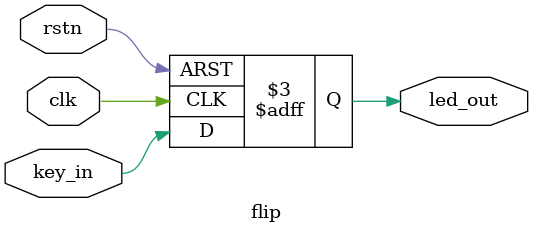
<source format=v>
module flip(clk,rstn,key_in,led_out);
input clk,rstn,key_in;
output led_out;
reg led_out;
/*Í¬²½Ê±ÐòÂß¼­
always @(posedge clk) 
begin
    if(!rstn)
     led_out<=1'b0;
    else 
     led_out<=key_in;
end
*/
//Òì²½Ê±ÐòÂß¼­
always @(posedge clk or negedge rstn) 
begin
    if(!rstn)
    begin
    led_out<=1'b0;
    end 
    else 
    led_out<=key_in;
end
 endmodule
</source>
